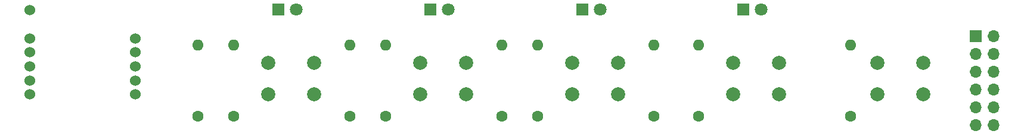
<source format=gbs>
G04 #@! TF.GenerationSoftware,KiCad,Pcbnew,7.0.7*
G04 #@! TF.CreationDate,2023-09-28T15:47:22-05:00*
G04 #@! TF.ProjectId,iowa-rover-kiosk-programmer,696f7761-2d72-46f7-9665-722d6b696f73,rev?*
G04 #@! TF.SameCoordinates,Original*
G04 #@! TF.FileFunction,Soldermask,Bot*
G04 #@! TF.FilePolarity,Negative*
%FSLAX46Y46*%
G04 Gerber Fmt 4.6, Leading zero omitted, Abs format (unit mm)*
G04 Created by KiCad (PCBNEW 7.0.7) date 2023-09-28 15:47:22*
%MOMM*%
%LPD*%
G01*
G04 APERTURE LIST*
%ADD10R,1.800000X1.800000*%
%ADD11C,1.800000*%
%ADD12C,1.600000*%
%ADD13O,1.600000X1.600000*%
%ADD14C,2.000000*%
%ADD15C,1.524000*%
%ADD16R,1.700000X1.700000*%
%ADD17O,1.700000X1.700000*%
G04 APERTURE END LIST*
D10*
X110490000Y-73660000D03*
D11*
X113030000Y-73660000D03*
D10*
X132080000Y-73660000D03*
D11*
X134620000Y-73660000D03*
D10*
X153670000Y-73660000D03*
D11*
X156210000Y-73660000D03*
D10*
X176530000Y-73660000D03*
D11*
X179070000Y-73660000D03*
D12*
X99060000Y-88900000D03*
D13*
X99060000Y-78740000D03*
D12*
X142240000Y-88900000D03*
D13*
X142240000Y-78740000D03*
D12*
X104140000Y-88900000D03*
D13*
X104140000Y-78740000D03*
D14*
X109070000Y-81280000D03*
X115570000Y-81280000D03*
X109070000Y-85780000D03*
X115570000Y-85780000D03*
D15*
X90170000Y-77820000D03*
X90170000Y-79820000D03*
X90170000Y-81820000D03*
X90170000Y-83820000D03*
X90170000Y-85820000D03*
X75170000Y-85820000D03*
X75170000Y-83820000D03*
X75170000Y-81820000D03*
X75170000Y-79820000D03*
X75170000Y-77820000D03*
X75170000Y-73820000D03*
D16*
X209550000Y-77470000D03*
D17*
X212090000Y-77470000D03*
X209550000Y-80010000D03*
X212090000Y-80010000D03*
X209550000Y-82550000D03*
X212090000Y-82550000D03*
X209550000Y-85090000D03*
X212090000Y-85090000D03*
X209550000Y-87630000D03*
X212090000Y-87630000D03*
X209550000Y-90170000D03*
X212090000Y-90170000D03*
D12*
X120650000Y-88900000D03*
D13*
X120650000Y-78740000D03*
D12*
X147320000Y-88900000D03*
D13*
X147320000Y-78740000D03*
D14*
X195580000Y-81280000D03*
X202080000Y-81280000D03*
X195580000Y-85780000D03*
X202080000Y-85780000D03*
D12*
X191770000Y-88900000D03*
D13*
X191770000Y-78740000D03*
D14*
X152250000Y-81280000D03*
X158750000Y-81280000D03*
X152250000Y-85780000D03*
X158750000Y-85780000D03*
X130660000Y-81280000D03*
X137160000Y-81280000D03*
X130660000Y-85780000D03*
X137160000Y-85780000D03*
X175110000Y-81280000D03*
X181610000Y-81280000D03*
X175110000Y-85780000D03*
X181610000Y-85780000D03*
D12*
X125730000Y-88900000D03*
D13*
X125730000Y-78740000D03*
D12*
X163830000Y-88900000D03*
D13*
X163830000Y-78740000D03*
D12*
X170180000Y-88900000D03*
D13*
X170180000Y-78740000D03*
M02*

</source>
